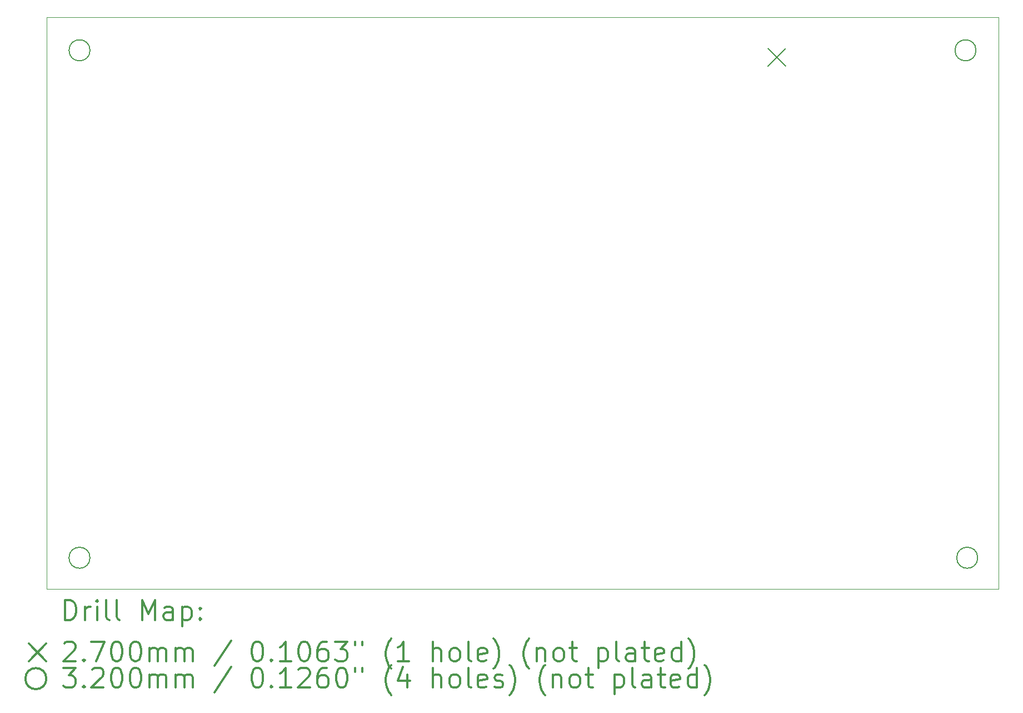
<source format=gbr>
%FSLAX45Y45*%
G04 Gerber Fmt 4.5, Leading zero omitted, Abs format (unit mm)*
G04 Created by KiCad (PCBNEW (5.1.10)-1) date 2021-12-14 18:49:54*
%MOMM*%
%LPD*%
G01*
G04 APERTURE LIST*
%TA.AperFunction,Profile*%
%ADD10C,0.100000*%
%TD*%
%ADD11C,0.200000*%
%ADD12C,0.300000*%
G04 APERTURE END LIST*
D10*
X18000000Y-10000000D02*
X3500000Y-10000000D01*
X18000000Y-1300000D02*
X18000000Y-10000000D01*
X3500000Y-10000000D02*
X3500000Y-1300000D01*
X3500000Y-1300000D02*
X18000000Y-1300000D01*
D11*
X14488000Y-1770000D02*
X14758000Y-2040000D01*
X14758000Y-1770000D02*
X14488000Y-2040000D01*
X4160000Y-1800000D02*
G75*
G03*
X4160000Y-1800000I-160000J0D01*
G01*
X4160000Y-9525000D02*
G75*
G03*
X4160000Y-9525000I-160000J0D01*
G01*
X17660000Y-1800000D02*
G75*
G03*
X17660000Y-1800000I-160000J0D01*
G01*
X17686000Y-9525000D02*
G75*
G03*
X17686000Y-9525000I-160000J0D01*
G01*
D12*
X3781428Y-10470714D02*
X3781428Y-10170714D01*
X3852857Y-10170714D01*
X3895714Y-10185000D01*
X3924286Y-10213572D01*
X3938571Y-10242143D01*
X3952857Y-10299286D01*
X3952857Y-10342143D01*
X3938571Y-10399286D01*
X3924286Y-10427857D01*
X3895714Y-10456429D01*
X3852857Y-10470714D01*
X3781428Y-10470714D01*
X4081428Y-10470714D02*
X4081428Y-10270714D01*
X4081428Y-10327857D02*
X4095714Y-10299286D01*
X4110000Y-10285000D01*
X4138571Y-10270714D01*
X4167143Y-10270714D01*
X4267143Y-10470714D02*
X4267143Y-10270714D01*
X4267143Y-10170714D02*
X4252857Y-10185000D01*
X4267143Y-10199286D01*
X4281428Y-10185000D01*
X4267143Y-10170714D01*
X4267143Y-10199286D01*
X4452857Y-10470714D02*
X4424286Y-10456429D01*
X4410000Y-10427857D01*
X4410000Y-10170714D01*
X4610000Y-10470714D02*
X4581428Y-10456429D01*
X4567143Y-10427857D01*
X4567143Y-10170714D01*
X4952857Y-10470714D02*
X4952857Y-10170714D01*
X5052857Y-10385000D01*
X5152857Y-10170714D01*
X5152857Y-10470714D01*
X5424286Y-10470714D02*
X5424286Y-10313572D01*
X5410000Y-10285000D01*
X5381428Y-10270714D01*
X5324286Y-10270714D01*
X5295714Y-10285000D01*
X5424286Y-10456429D02*
X5395714Y-10470714D01*
X5324286Y-10470714D01*
X5295714Y-10456429D01*
X5281428Y-10427857D01*
X5281428Y-10399286D01*
X5295714Y-10370714D01*
X5324286Y-10356429D01*
X5395714Y-10356429D01*
X5424286Y-10342143D01*
X5567143Y-10270714D02*
X5567143Y-10570714D01*
X5567143Y-10285000D02*
X5595714Y-10270714D01*
X5652857Y-10270714D01*
X5681428Y-10285000D01*
X5695714Y-10299286D01*
X5710000Y-10327857D01*
X5710000Y-10413572D01*
X5695714Y-10442143D01*
X5681428Y-10456429D01*
X5652857Y-10470714D01*
X5595714Y-10470714D01*
X5567143Y-10456429D01*
X5838571Y-10442143D02*
X5852857Y-10456429D01*
X5838571Y-10470714D01*
X5824286Y-10456429D01*
X5838571Y-10442143D01*
X5838571Y-10470714D01*
X5838571Y-10285000D02*
X5852857Y-10299286D01*
X5838571Y-10313572D01*
X5824286Y-10299286D01*
X5838571Y-10285000D01*
X5838571Y-10313572D01*
X3225000Y-10830000D02*
X3495000Y-11100000D01*
X3495000Y-10830000D02*
X3225000Y-11100000D01*
X3767143Y-10829286D02*
X3781428Y-10815000D01*
X3810000Y-10800714D01*
X3881428Y-10800714D01*
X3910000Y-10815000D01*
X3924286Y-10829286D01*
X3938571Y-10857857D01*
X3938571Y-10886429D01*
X3924286Y-10929286D01*
X3752857Y-11100714D01*
X3938571Y-11100714D01*
X4067143Y-11072143D02*
X4081428Y-11086429D01*
X4067143Y-11100714D01*
X4052857Y-11086429D01*
X4067143Y-11072143D01*
X4067143Y-11100714D01*
X4181428Y-10800714D02*
X4381428Y-10800714D01*
X4252857Y-11100714D01*
X4552857Y-10800714D02*
X4581428Y-10800714D01*
X4610000Y-10815000D01*
X4624286Y-10829286D01*
X4638571Y-10857857D01*
X4652857Y-10915000D01*
X4652857Y-10986429D01*
X4638571Y-11043572D01*
X4624286Y-11072143D01*
X4610000Y-11086429D01*
X4581428Y-11100714D01*
X4552857Y-11100714D01*
X4524286Y-11086429D01*
X4510000Y-11072143D01*
X4495714Y-11043572D01*
X4481428Y-10986429D01*
X4481428Y-10915000D01*
X4495714Y-10857857D01*
X4510000Y-10829286D01*
X4524286Y-10815000D01*
X4552857Y-10800714D01*
X4838571Y-10800714D02*
X4867143Y-10800714D01*
X4895714Y-10815000D01*
X4910000Y-10829286D01*
X4924286Y-10857857D01*
X4938571Y-10915000D01*
X4938571Y-10986429D01*
X4924286Y-11043572D01*
X4910000Y-11072143D01*
X4895714Y-11086429D01*
X4867143Y-11100714D01*
X4838571Y-11100714D01*
X4810000Y-11086429D01*
X4795714Y-11072143D01*
X4781428Y-11043572D01*
X4767143Y-10986429D01*
X4767143Y-10915000D01*
X4781428Y-10857857D01*
X4795714Y-10829286D01*
X4810000Y-10815000D01*
X4838571Y-10800714D01*
X5067143Y-11100714D02*
X5067143Y-10900714D01*
X5067143Y-10929286D02*
X5081428Y-10915000D01*
X5110000Y-10900714D01*
X5152857Y-10900714D01*
X5181428Y-10915000D01*
X5195714Y-10943572D01*
X5195714Y-11100714D01*
X5195714Y-10943572D02*
X5210000Y-10915000D01*
X5238571Y-10900714D01*
X5281428Y-10900714D01*
X5310000Y-10915000D01*
X5324286Y-10943572D01*
X5324286Y-11100714D01*
X5467143Y-11100714D02*
X5467143Y-10900714D01*
X5467143Y-10929286D02*
X5481428Y-10915000D01*
X5510000Y-10900714D01*
X5552857Y-10900714D01*
X5581428Y-10915000D01*
X5595714Y-10943572D01*
X5595714Y-11100714D01*
X5595714Y-10943572D02*
X5610000Y-10915000D01*
X5638571Y-10900714D01*
X5681428Y-10900714D01*
X5710000Y-10915000D01*
X5724286Y-10943572D01*
X5724286Y-11100714D01*
X6310000Y-10786429D02*
X6052857Y-11172143D01*
X6695714Y-10800714D02*
X6724286Y-10800714D01*
X6752857Y-10815000D01*
X6767143Y-10829286D01*
X6781428Y-10857857D01*
X6795714Y-10915000D01*
X6795714Y-10986429D01*
X6781428Y-11043572D01*
X6767143Y-11072143D01*
X6752857Y-11086429D01*
X6724286Y-11100714D01*
X6695714Y-11100714D01*
X6667143Y-11086429D01*
X6652857Y-11072143D01*
X6638571Y-11043572D01*
X6624286Y-10986429D01*
X6624286Y-10915000D01*
X6638571Y-10857857D01*
X6652857Y-10829286D01*
X6667143Y-10815000D01*
X6695714Y-10800714D01*
X6924286Y-11072143D02*
X6938571Y-11086429D01*
X6924286Y-11100714D01*
X6910000Y-11086429D01*
X6924286Y-11072143D01*
X6924286Y-11100714D01*
X7224286Y-11100714D02*
X7052857Y-11100714D01*
X7138571Y-11100714D02*
X7138571Y-10800714D01*
X7110000Y-10843572D01*
X7081428Y-10872143D01*
X7052857Y-10886429D01*
X7410000Y-10800714D02*
X7438571Y-10800714D01*
X7467143Y-10815000D01*
X7481428Y-10829286D01*
X7495714Y-10857857D01*
X7510000Y-10915000D01*
X7510000Y-10986429D01*
X7495714Y-11043572D01*
X7481428Y-11072143D01*
X7467143Y-11086429D01*
X7438571Y-11100714D01*
X7410000Y-11100714D01*
X7381428Y-11086429D01*
X7367143Y-11072143D01*
X7352857Y-11043572D01*
X7338571Y-10986429D01*
X7338571Y-10915000D01*
X7352857Y-10857857D01*
X7367143Y-10829286D01*
X7381428Y-10815000D01*
X7410000Y-10800714D01*
X7767143Y-10800714D02*
X7710000Y-10800714D01*
X7681428Y-10815000D01*
X7667143Y-10829286D01*
X7638571Y-10872143D01*
X7624286Y-10929286D01*
X7624286Y-11043572D01*
X7638571Y-11072143D01*
X7652857Y-11086429D01*
X7681428Y-11100714D01*
X7738571Y-11100714D01*
X7767143Y-11086429D01*
X7781428Y-11072143D01*
X7795714Y-11043572D01*
X7795714Y-10972143D01*
X7781428Y-10943572D01*
X7767143Y-10929286D01*
X7738571Y-10915000D01*
X7681428Y-10915000D01*
X7652857Y-10929286D01*
X7638571Y-10943572D01*
X7624286Y-10972143D01*
X7895714Y-10800714D02*
X8081428Y-10800714D01*
X7981428Y-10915000D01*
X8024286Y-10915000D01*
X8052857Y-10929286D01*
X8067143Y-10943572D01*
X8081428Y-10972143D01*
X8081428Y-11043572D01*
X8067143Y-11072143D01*
X8052857Y-11086429D01*
X8024286Y-11100714D01*
X7938571Y-11100714D01*
X7910000Y-11086429D01*
X7895714Y-11072143D01*
X8195714Y-10800714D02*
X8195714Y-10857857D01*
X8310000Y-10800714D02*
X8310000Y-10857857D01*
X8752857Y-11215000D02*
X8738571Y-11200714D01*
X8710000Y-11157857D01*
X8695714Y-11129286D01*
X8681428Y-11086429D01*
X8667143Y-11015000D01*
X8667143Y-10957857D01*
X8681428Y-10886429D01*
X8695714Y-10843572D01*
X8710000Y-10815000D01*
X8738571Y-10772143D01*
X8752857Y-10757857D01*
X9024286Y-11100714D02*
X8852857Y-11100714D01*
X8938571Y-11100714D02*
X8938571Y-10800714D01*
X8910000Y-10843572D01*
X8881428Y-10872143D01*
X8852857Y-10886429D01*
X9381428Y-11100714D02*
X9381428Y-10800714D01*
X9510000Y-11100714D02*
X9510000Y-10943572D01*
X9495714Y-10915000D01*
X9467143Y-10900714D01*
X9424286Y-10900714D01*
X9395714Y-10915000D01*
X9381428Y-10929286D01*
X9695714Y-11100714D02*
X9667143Y-11086429D01*
X9652857Y-11072143D01*
X9638571Y-11043572D01*
X9638571Y-10957857D01*
X9652857Y-10929286D01*
X9667143Y-10915000D01*
X9695714Y-10900714D01*
X9738571Y-10900714D01*
X9767143Y-10915000D01*
X9781428Y-10929286D01*
X9795714Y-10957857D01*
X9795714Y-11043572D01*
X9781428Y-11072143D01*
X9767143Y-11086429D01*
X9738571Y-11100714D01*
X9695714Y-11100714D01*
X9967143Y-11100714D02*
X9938571Y-11086429D01*
X9924286Y-11057857D01*
X9924286Y-10800714D01*
X10195714Y-11086429D02*
X10167143Y-11100714D01*
X10110000Y-11100714D01*
X10081428Y-11086429D01*
X10067143Y-11057857D01*
X10067143Y-10943572D01*
X10081428Y-10915000D01*
X10110000Y-10900714D01*
X10167143Y-10900714D01*
X10195714Y-10915000D01*
X10210000Y-10943572D01*
X10210000Y-10972143D01*
X10067143Y-11000714D01*
X10310000Y-11215000D02*
X10324286Y-11200714D01*
X10352857Y-11157857D01*
X10367143Y-11129286D01*
X10381428Y-11086429D01*
X10395714Y-11015000D01*
X10395714Y-10957857D01*
X10381428Y-10886429D01*
X10367143Y-10843572D01*
X10352857Y-10815000D01*
X10324286Y-10772143D01*
X10310000Y-10757857D01*
X10852857Y-11215000D02*
X10838571Y-11200714D01*
X10810000Y-11157857D01*
X10795714Y-11129286D01*
X10781428Y-11086429D01*
X10767143Y-11015000D01*
X10767143Y-10957857D01*
X10781428Y-10886429D01*
X10795714Y-10843572D01*
X10810000Y-10815000D01*
X10838571Y-10772143D01*
X10852857Y-10757857D01*
X10967143Y-10900714D02*
X10967143Y-11100714D01*
X10967143Y-10929286D02*
X10981428Y-10915000D01*
X11010000Y-10900714D01*
X11052857Y-10900714D01*
X11081428Y-10915000D01*
X11095714Y-10943572D01*
X11095714Y-11100714D01*
X11281428Y-11100714D02*
X11252857Y-11086429D01*
X11238571Y-11072143D01*
X11224286Y-11043572D01*
X11224286Y-10957857D01*
X11238571Y-10929286D01*
X11252857Y-10915000D01*
X11281428Y-10900714D01*
X11324286Y-10900714D01*
X11352857Y-10915000D01*
X11367143Y-10929286D01*
X11381428Y-10957857D01*
X11381428Y-11043572D01*
X11367143Y-11072143D01*
X11352857Y-11086429D01*
X11324286Y-11100714D01*
X11281428Y-11100714D01*
X11467143Y-10900714D02*
X11581428Y-10900714D01*
X11510000Y-10800714D02*
X11510000Y-11057857D01*
X11524286Y-11086429D01*
X11552857Y-11100714D01*
X11581428Y-11100714D01*
X11910000Y-10900714D02*
X11910000Y-11200714D01*
X11910000Y-10915000D02*
X11938571Y-10900714D01*
X11995714Y-10900714D01*
X12024286Y-10915000D01*
X12038571Y-10929286D01*
X12052857Y-10957857D01*
X12052857Y-11043572D01*
X12038571Y-11072143D01*
X12024286Y-11086429D01*
X11995714Y-11100714D01*
X11938571Y-11100714D01*
X11910000Y-11086429D01*
X12224286Y-11100714D02*
X12195714Y-11086429D01*
X12181428Y-11057857D01*
X12181428Y-10800714D01*
X12467143Y-11100714D02*
X12467143Y-10943572D01*
X12452857Y-10915000D01*
X12424286Y-10900714D01*
X12367143Y-10900714D01*
X12338571Y-10915000D01*
X12467143Y-11086429D02*
X12438571Y-11100714D01*
X12367143Y-11100714D01*
X12338571Y-11086429D01*
X12324286Y-11057857D01*
X12324286Y-11029286D01*
X12338571Y-11000714D01*
X12367143Y-10986429D01*
X12438571Y-10986429D01*
X12467143Y-10972143D01*
X12567143Y-10900714D02*
X12681428Y-10900714D01*
X12610000Y-10800714D02*
X12610000Y-11057857D01*
X12624286Y-11086429D01*
X12652857Y-11100714D01*
X12681428Y-11100714D01*
X12895714Y-11086429D02*
X12867143Y-11100714D01*
X12810000Y-11100714D01*
X12781428Y-11086429D01*
X12767143Y-11057857D01*
X12767143Y-10943572D01*
X12781428Y-10915000D01*
X12810000Y-10900714D01*
X12867143Y-10900714D01*
X12895714Y-10915000D01*
X12910000Y-10943572D01*
X12910000Y-10972143D01*
X12767143Y-11000714D01*
X13167143Y-11100714D02*
X13167143Y-10800714D01*
X13167143Y-11086429D02*
X13138571Y-11100714D01*
X13081428Y-11100714D01*
X13052857Y-11086429D01*
X13038571Y-11072143D01*
X13024286Y-11043572D01*
X13024286Y-10957857D01*
X13038571Y-10929286D01*
X13052857Y-10915000D01*
X13081428Y-10900714D01*
X13138571Y-10900714D01*
X13167143Y-10915000D01*
X13281428Y-11215000D02*
X13295714Y-11200714D01*
X13324286Y-11157857D01*
X13338571Y-11129286D01*
X13352857Y-11086429D01*
X13367143Y-11015000D01*
X13367143Y-10957857D01*
X13352857Y-10886429D01*
X13338571Y-10843572D01*
X13324286Y-10815000D01*
X13295714Y-10772143D01*
X13281428Y-10757857D01*
X3495000Y-11365000D02*
G75*
G03*
X3495000Y-11365000I-160000J0D01*
G01*
X3752857Y-11200714D02*
X3938571Y-11200714D01*
X3838571Y-11315000D01*
X3881428Y-11315000D01*
X3910000Y-11329286D01*
X3924286Y-11343571D01*
X3938571Y-11372143D01*
X3938571Y-11443571D01*
X3924286Y-11472143D01*
X3910000Y-11486429D01*
X3881428Y-11500714D01*
X3795714Y-11500714D01*
X3767143Y-11486429D01*
X3752857Y-11472143D01*
X4067143Y-11472143D02*
X4081428Y-11486429D01*
X4067143Y-11500714D01*
X4052857Y-11486429D01*
X4067143Y-11472143D01*
X4067143Y-11500714D01*
X4195714Y-11229286D02*
X4210000Y-11215000D01*
X4238571Y-11200714D01*
X4310000Y-11200714D01*
X4338571Y-11215000D01*
X4352857Y-11229286D01*
X4367143Y-11257857D01*
X4367143Y-11286429D01*
X4352857Y-11329286D01*
X4181428Y-11500714D01*
X4367143Y-11500714D01*
X4552857Y-11200714D02*
X4581428Y-11200714D01*
X4610000Y-11215000D01*
X4624286Y-11229286D01*
X4638571Y-11257857D01*
X4652857Y-11315000D01*
X4652857Y-11386429D01*
X4638571Y-11443571D01*
X4624286Y-11472143D01*
X4610000Y-11486429D01*
X4581428Y-11500714D01*
X4552857Y-11500714D01*
X4524286Y-11486429D01*
X4510000Y-11472143D01*
X4495714Y-11443571D01*
X4481428Y-11386429D01*
X4481428Y-11315000D01*
X4495714Y-11257857D01*
X4510000Y-11229286D01*
X4524286Y-11215000D01*
X4552857Y-11200714D01*
X4838571Y-11200714D02*
X4867143Y-11200714D01*
X4895714Y-11215000D01*
X4910000Y-11229286D01*
X4924286Y-11257857D01*
X4938571Y-11315000D01*
X4938571Y-11386429D01*
X4924286Y-11443571D01*
X4910000Y-11472143D01*
X4895714Y-11486429D01*
X4867143Y-11500714D01*
X4838571Y-11500714D01*
X4810000Y-11486429D01*
X4795714Y-11472143D01*
X4781428Y-11443571D01*
X4767143Y-11386429D01*
X4767143Y-11315000D01*
X4781428Y-11257857D01*
X4795714Y-11229286D01*
X4810000Y-11215000D01*
X4838571Y-11200714D01*
X5067143Y-11500714D02*
X5067143Y-11300714D01*
X5067143Y-11329286D02*
X5081428Y-11315000D01*
X5110000Y-11300714D01*
X5152857Y-11300714D01*
X5181428Y-11315000D01*
X5195714Y-11343571D01*
X5195714Y-11500714D01*
X5195714Y-11343571D02*
X5210000Y-11315000D01*
X5238571Y-11300714D01*
X5281428Y-11300714D01*
X5310000Y-11315000D01*
X5324286Y-11343571D01*
X5324286Y-11500714D01*
X5467143Y-11500714D02*
X5467143Y-11300714D01*
X5467143Y-11329286D02*
X5481428Y-11315000D01*
X5510000Y-11300714D01*
X5552857Y-11300714D01*
X5581428Y-11315000D01*
X5595714Y-11343571D01*
X5595714Y-11500714D01*
X5595714Y-11343571D02*
X5610000Y-11315000D01*
X5638571Y-11300714D01*
X5681428Y-11300714D01*
X5710000Y-11315000D01*
X5724286Y-11343571D01*
X5724286Y-11500714D01*
X6310000Y-11186429D02*
X6052857Y-11572143D01*
X6695714Y-11200714D02*
X6724286Y-11200714D01*
X6752857Y-11215000D01*
X6767143Y-11229286D01*
X6781428Y-11257857D01*
X6795714Y-11315000D01*
X6795714Y-11386429D01*
X6781428Y-11443571D01*
X6767143Y-11472143D01*
X6752857Y-11486429D01*
X6724286Y-11500714D01*
X6695714Y-11500714D01*
X6667143Y-11486429D01*
X6652857Y-11472143D01*
X6638571Y-11443571D01*
X6624286Y-11386429D01*
X6624286Y-11315000D01*
X6638571Y-11257857D01*
X6652857Y-11229286D01*
X6667143Y-11215000D01*
X6695714Y-11200714D01*
X6924286Y-11472143D02*
X6938571Y-11486429D01*
X6924286Y-11500714D01*
X6910000Y-11486429D01*
X6924286Y-11472143D01*
X6924286Y-11500714D01*
X7224286Y-11500714D02*
X7052857Y-11500714D01*
X7138571Y-11500714D02*
X7138571Y-11200714D01*
X7110000Y-11243571D01*
X7081428Y-11272143D01*
X7052857Y-11286429D01*
X7338571Y-11229286D02*
X7352857Y-11215000D01*
X7381428Y-11200714D01*
X7452857Y-11200714D01*
X7481428Y-11215000D01*
X7495714Y-11229286D01*
X7510000Y-11257857D01*
X7510000Y-11286429D01*
X7495714Y-11329286D01*
X7324286Y-11500714D01*
X7510000Y-11500714D01*
X7767143Y-11200714D02*
X7710000Y-11200714D01*
X7681428Y-11215000D01*
X7667143Y-11229286D01*
X7638571Y-11272143D01*
X7624286Y-11329286D01*
X7624286Y-11443571D01*
X7638571Y-11472143D01*
X7652857Y-11486429D01*
X7681428Y-11500714D01*
X7738571Y-11500714D01*
X7767143Y-11486429D01*
X7781428Y-11472143D01*
X7795714Y-11443571D01*
X7795714Y-11372143D01*
X7781428Y-11343571D01*
X7767143Y-11329286D01*
X7738571Y-11315000D01*
X7681428Y-11315000D01*
X7652857Y-11329286D01*
X7638571Y-11343571D01*
X7624286Y-11372143D01*
X7981428Y-11200714D02*
X8010000Y-11200714D01*
X8038571Y-11215000D01*
X8052857Y-11229286D01*
X8067143Y-11257857D01*
X8081428Y-11315000D01*
X8081428Y-11386429D01*
X8067143Y-11443571D01*
X8052857Y-11472143D01*
X8038571Y-11486429D01*
X8010000Y-11500714D01*
X7981428Y-11500714D01*
X7952857Y-11486429D01*
X7938571Y-11472143D01*
X7924286Y-11443571D01*
X7910000Y-11386429D01*
X7910000Y-11315000D01*
X7924286Y-11257857D01*
X7938571Y-11229286D01*
X7952857Y-11215000D01*
X7981428Y-11200714D01*
X8195714Y-11200714D02*
X8195714Y-11257857D01*
X8310000Y-11200714D02*
X8310000Y-11257857D01*
X8752857Y-11615000D02*
X8738571Y-11600714D01*
X8710000Y-11557857D01*
X8695714Y-11529286D01*
X8681428Y-11486429D01*
X8667143Y-11415000D01*
X8667143Y-11357857D01*
X8681428Y-11286429D01*
X8695714Y-11243571D01*
X8710000Y-11215000D01*
X8738571Y-11172143D01*
X8752857Y-11157857D01*
X8995714Y-11300714D02*
X8995714Y-11500714D01*
X8924286Y-11186429D02*
X8852857Y-11400714D01*
X9038571Y-11400714D01*
X9381428Y-11500714D02*
X9381428Y-11200714D01*
X9510000Y-11500714D02*
X9510000Y-11343571D01*
X9495714Y-11315000D01*
X9467143Y-11300714D01*
X9424286Y-11300714D01*
X9395714Y-11315000D01*
X9381428Y-11329286D01*
X9695714Y-11500714D02*
X9667143Y-11486429D01*
X9652857Y-11472143D01*
X9638571Y-11443571D01*
X9638571Y-11357857D01*
X9652857Y-11329286D01*
X9667143Y-11315000D01*
X9695714Y-11300714D01*
X9738571Y-11300714D01*
X9767143Y-11315000D01*
X9781428Y-11329286D01*
X9795714Y-11357857D01*
X9795714Y-11443571D01*
X9781428Y-11472143D01*
X9767143Y-11486429D01*
X9738571Y-11500714D01*
X9695714Y-11500714D01*
X9967143Y-11500714D02*
X9938571Y-11486429D01*
X9924286Y-11457857D01*
X9924286Y-11200714D01*
X10195714Y-11486429D02*
X10167143Y-11500714D01*
X10110000Y-11500714D01*
X10081428Y-11486429D01*
X10067143Y-11457857D01*
X10067143Y-11343571D01*
X10081428Y-11315000D01*
X10110000Y-11300714D01*
X10167143Y-11300714D01*
X10195714Y-11315000D01*
X10210000Y-11343571D01*
X10210000Y-11372143D01*
X10067143Y-11400714D01*
X10324286Y-11486429D02*
X10352857Y-11500714D01*
X10410000Y-11500714D01*
X10438571Y-11486429D01*
X10452857Y-11457857D01*
X10452857Y-11443571D01*
X10438571Y-11415000D01*
X10410000Y-11400714D01*
X10367143Y-11400714D01*
X10338571Y-11386429D01*
X10324286Y-11357857D01*
X10324286Y-11343571D01*
X10338571Y-11315000D01*
X10367143Y-11300714D01*
X10410000Y-11300714D01*
X10438571Y-11315000D01*
X10552857Y-11615000D02*
X10567143Y-11600714D01*
X10595714Y-11557857D01*
X10610000Y-11529286D01*
X10624286Y-11486429D01*
X10638571Y-11415000D01*
X10638571Y-11357857D01*
X10624286Y-11286429D01*
X10610000Y-11243571D01*
X10595714Y-11215000D01*
X10567143Y-11172143D01*
X10552857Y-11157857D01*
X11095714Y-11615000D02*
X11081428Y-11600714D01*
X11052857Y-11557857D01*
X11038571Y-11529286D01*
X11024286Y-11486429D01*
X11010000Y-11415000D01*
X11010000Y-11357857D01*
X11024286Y-11286429D01*
X11038571Y-11243571D01*
X11052857Y-11215000D01*
X11081428Y-11172143D01*
X11095714Y-11157857D01*
X11210000Y-11300714D02*
X11210000Y-11500714D01*
X11210000Y-11329286D02*
X11224286Y-11315000D01*
X11252857Y-11300714D01*
X11295714Y-11300714D01*
X11324286Y-11315000D01*
X11338571Y-11343571D01*
X11338571Y-11500714D01*
X11524286Y-11500714D02*
X11495714Y-11486429D01*
X11481428Y-11472143D01*
X11467143Y-11443571D01*
X11467143Y-11357857D01*
X11481428Y-11329286D01*
X11495714Y-11315000D01*
X11524286Y-11300714D01*
X11567143Y-11300714D01*
X11595714Y-11315000D01*
X11610000Y-11329286D01*
X11624286Y-11357857D01*
X11624286Y-11443571D01*
X11610000Y-11472143D01*
X11595714Y-11486429D01*
X11567143Y-11500714D01*
X11524286Y-11500714D01*
X11710000Y-11300714D02*
X11824286Y-11300714D01*
X11752857Y-11200714D02*
X11752857Y-11457857D01*
X11767143Y-11486429D01*
X11795714Y-11500714D01*
X11824286Y-11500714D01*
X12152857Y-11300714D02*
X12152857Y-11600714D01*
X12152857Y-11315000D02*
X12181428Y-11300714D01*
X12238571Y-11300714D01*
X12267143Y-11315000D01*
X12281428Y-11329286D01*
X12295714Y-11357857D01*
X12295714Y-11443571D01*
X12281428Y-11472143D01*
X12267143Y-11486429D01*
X12238571Y-11500714D01*
X12181428Y-11500714D01*
X12152857Y-11486429D01*
X12467143Y-11500714D02*
X12438571Y-11486429D01*
X12424286Y-11457857D01*
X12424286Y-11200714D01*
X12710000Y-11500714D02*
X12710000Y-11343571D01*
X12695714Y-11315000D01*
X12667143Y-11300714D01*
X12610000Y-11300714D01*
X12581428Y-11315000D01*
X12710000Y-11486429D02*
X12681428Y-11500714D01*
X12610000Y-11500714D01*
X12581428Y-11486429D01*
X12567143Y-11457857D01*
X12567143Y-11429286D01*
X12581428Y-11400714D01*
X12610000Y-11386429D01*
X12681428Y-11386429D01*
X12710000Y-11372143D01*
X12810000Y-11300714D02*
X12924286Y-11300714D01*
X12852857Y-11200714D02*
X12852857Y-11457857D01*
X12867143Y-11486429D01*
X12895714Y-11500714D01*
X12924286Y-11500714D01*
X13138571Y-11486429D02*
X13110000Y-11500714D01*
X13052857Y-11500714D01*
X13024286Y-11486429D01*
X13010000Y-11457857D01*
X13010000Y-11343571D01*
X13024286Y-11315000D01*
X13052857Y-11300714D01*
X13110000Y-11300714D01*
X13138571Y-11315000D01*
X13152857Y-11343571D01*
X13152857Y-11372143D01*
X13010000Y-11400714D01*
X13410000Y-11500714D02*
X13410000Y-11200714D01*
X13410000Y-11486429D02*
X13381428Y-11500714D01*
X13324286Y-11500714D01*
X13295714Y-11486429D01*
X13281428Y-11472143D01*
X13267143Y-11443571D01*
X13267143Y-11357857D01*
X13281428Y-11329286D01*
X13295714Y-11315000D01*
X13324286Y-11300714D01*
X13381428Y-11300714D01*
X13410000Y-11315000D01*
X13524286Y-11615000D02*
X13538571Y-11600714D01*
X13567143Y-11557857D01*
X13581428Y-11529286D01*
X13595714Y-11486429D01*
X13610000Y-11415000D01*
X13610000Y-11357857D01*
X13595714Y-11286429D01*
X13581428Y-11243571D01*
X13567143Y-11215000D01*
X13538571Y-11172143D01*
X13524286Y-11157857D01*
M02*

</source>
